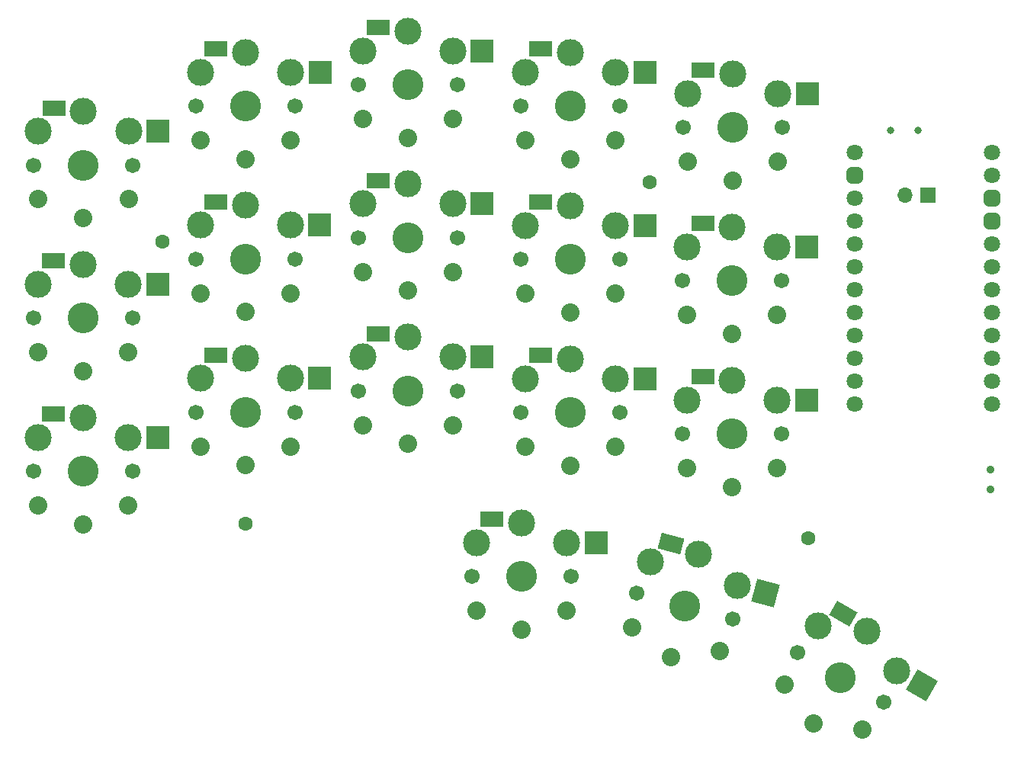
<source format=gbr>
%TF.GenerationSoftware,KiCad,Pcbnew,8.0.4*%
%TF.CreationDate,2024-09-02T16:23:26+07:00*%
%TF.ProjectId,cc36,63633336-2e6b-4696-9361-645f70636258,rev?*%
%TF.SameCoordinates,Original*%
%TF.FileFunction,Soldermask,Bot*%
%TF.FilePolarity,Negative*%
%FSLAX46Y46*%
G04 Gerber Fmt 4.6, Leading zero omitted, Abs format (unit mm)*
G04 Created by KiCad (PCBNEW 8.0.4) date 2024-09-02 16:23:26*
%MOMM*%
%LPD*%
G01*
G04 APERTURE LIST*
G04 Aperture macros list*
%AMRoundRect*
0 Rectangle with rounded corners*
0 $1 Rounding radius*
0 $2 $3 $4 $5 $6 $7 $8 $9 X,Y pos of 4 corners*
0 Add a 4 corners polygon primitive as box body*
4,1,4,$2,$3,$4,$5,$6,$7,$8,$9,$2,$3,0*
0 Add four circle primitives for the rounded corners*
1,1,$1+$1,$2,$3*
1,1,$1+$1,$4,$5*
1,1,$1+$1,$6,$7*
1,1,$1+$1,$8,$9*
0 Add four rect primitives between the rounded corners*
20,1,$1+$1,$2,$3,$4,$5,0*
20,1,$1+$1,$4,$5,$6,$7,0*
20,1,$1+$1,$6,$7,$8,$9,0*
20,1,$1+$1,$8,$9,$2,$3,0*%
%AMRotRect*
0 Rectangle, with rotation*
0 The origin of the aperture is its center*
0 $1 length*
0 $2 width*
0 $3 Rotation angle, in degrees counterclockwise*
0 Add horizontal line*
21,1,$1,$2,0,0,$3*%
G04 Aperture macros list end*
%ADD10C,1.701800*%
%ADD11C,3.000000*%
%ADD12C,3.429000*%
%ADD13R,2.600000X1.800000*%
%ADD14C,2.032000*%
%ADD15R,2.600000X2.600000*%
%ADD16RotRect,2.600000X2.600000X330.000000*%
%ADD17RotRect,2.600000X1.800000X330.000000*%
%ADD18RotRect,2.600000X1.800000X345.000000*%
%ADD19RotRect,2.600000X2.600000X345.000000*%
%ADD20C,1.600000*%
%ADD21C,0.900000*%
%ADD22O,1.700000X1.700000*%
%ADD23R,1.700000X1.700000*%
%ADD24C,1.800000*%
%ADD25RoundRect,0.450000X-0.450000X-0.450000X0.450000X-0.450000X0.450000X0.450000X-0.450000X0.450000X0*%
%ADD26C,0.800000*%
G04 APERTURE END LIST*
D10*
%TO.C,SW12*%
X152440000Y-78440000D03*
D11*
X152940000Y-74690000D03*
X157940000Y-72490000D03*
D12*
X157940000Y-78440000D03*
D11*
X162940000Y-74690000D03*
D10*
X163440000Y-78440000D03*
D13*
X154665000Y-72090000D03*
D14*
X157940000Y-84340000D03*
X152940000Y-82240000D03*
X162940000Y-82240000D03*
D15*
X166215000Y-74690000D03*
%TD*%
D10*
%TO.C,SW10*%
X116410000Y-73640000D03*
D11*
X116910000Y-69890000D03*
X121910000Y-67690000D03*
D12*
X121910000Y-73640000D03*
D11*
X126910000Y-69890000D03*
D10*
X127410000Y-73640000D03*
D13*
X118635000Y-67290000D03*
D14*
X121910000Y-79540000D03*
X116910000Y-77440000D03*
X126910000Y-77440000D03*
D15*
X130185000Y-69890000D03*
%TD*%
D10*
%TO.C,SW18*%
X152440000Y-95458000D03*
D11*
X152940001Y-91708000D03*
X157940000Y-89508000D03*
D12*
X157940000Y-95458000D03*
D11*
X162939999Y-91708000D03*
D10*
X163440000Y-95458000D03*
D13*
X154665000Y-89108000D03*
D14*
X157940000Y-101358000D03*
X152940000Y-99258000D03*
X162940000Y-99258000D03*
D15*
X166215000Y-91708000D03*
%TD*%
D10*
%TO.C,SW15*%
X98370000Y-93028000D03*
D11*
X98870000Y-89278000D03*
X103870000Y-87078000D03*
D12*
X103870000Y-93028000D03*
D11*
X108870000Y-89278000D03*
D10*
X109370000Y-93028000D03*
D13*
X100595000Y-86678000D03*
D14*
X103870000Y-98928000D03*
X98870000Y-96828000D03*
X108870000Y-96828000D03*
D15*
X112145000Y-89278000D03*
%TD*%
D16*
%TO.C,SW21*%
X179011360Y-123400356D03*
D14*
X172400127Y-128301348D03*
X163739873Y-123301349D03*
X167020000Y-127620000D03*
D17*
X170308767Y-115373689D03*
D10*
X174733140Y-125260451D03*
D11*
X176175127Y-121762856D03*
D12*
X169970000Y-122510451D03*
D11*
X172945000Y-117357600D03*
X167514873Y-116762857D03*
D10*
X165206860Y-119760451D03*
%TD*%
%TO.C,SW20*%
X147374440Y-113137533D03*
D11*
X148827974Y-109644721D03*
X154227005Y-108813779D03*
D12*
X152687032Y-114561038D03*
D11*
X158487233Y-112232911D03*
D10*
X157999624Y-115984543D03*
D18*
X151167126Y-107579777D03*
D14*
X151160000Y-120260000D03*
X146873890Y-116937461D03*
X156533149Y-119525651D03*
D19*
X161650640Y-113080544D03*
%TD*%
D10*
%TO.C,SW19*%
X129070000Y-111290000D03*
D11*
X129570001Y-107540000D03*
X134570000Y-105340000D03*
D12*
X134570000Y-111290000D03*
D11*
X139569999Y-107540000D03*
D10*
X140070000Y-111290000D03*
D13*
X131295000Y-104940000D03*
D14*
X134570000Y-117190000D03*
X129570000Y-115090000D03*
X139570000Y-115090000D03*
D15*
X142845000Y-107540000D03*
%TD*%
D10*
%TO.C,SW17*%
X134454000Y-93050000D03*
D11*
X134954000Y-89300000D03*
X139954000Y-87100000D03*
D12*
X139954000Y-93050000D03*
D11*
X144954000Y-89300000D03*
D10*
X145454000Y-93050000D03*
D13*
X136679000Y-86700000D03*
D14*
X139954000Y-98950000D03*
X134954000Y-96850000D03*
X144954000Y-96850000D03*
D15*
X148229000Y-89300000D03*
%TD*%
D10*
%TO.C,SW16*%
X116410000Y-90658000D03*
D11*
X116910000Y-86908000D03*
X121910000Y-84708000D03*
D12*
X121910000Y-90658000D03*
D11*
X126910000Y-86908000D03*
D10*
X127410000Y-90658000D03*
D13*
X118635000Y-84308000D03*
D14*
X121910000Y-96558000D03*
X116910000Y-94458000D03*
X126910000Y-94458000D03*
D15*
X130185000Y-86908000D03*
%TD*%
D10*
%TO.C,SW14*%
X80352000Y-99568000D03*
D11*
X80852000Y-95818000D03*
X85852000Y-93618000D03*
D12*
X85852000Y-99568000D03*
D11*
X90852000Y-95818000D03*
D10*
X91352000Y-99568000D03*
D13*
X82577000Y-93218000D03*
D14*
X85852000Y-105468000D03*
X80852000Y-103368000D03*
X90852000Y-103368000D03*
D15*
X94127000Y-95818000D03*
%TD*%
D10*
%TO.C,SW11*%
X134454000Y-76032000D03*
D11*
X134954000Y-72282000D03*
X139954000Y-70082000D03*
D12*
X139954000Y-76032000D03*
D11*
X144954000Y-72282000D03*
D10*
X145454000Y-76032000D03*
D13*
X136679000Y-69682000D03*
D14*
X139954000Y-81932000D03*
X134954000Y-79832000D03*
X144954000Y-79832000D03*
D15*
X148229000Y-72282000D03*
%TD*%
D10*
%TO.C,SW9*%
X98370000Y-76010000D03*
D11*
X98870000Y-72260000D03*
X103870000Y-70060000D03*
D12*
X103870000Y-76010000D03*
D11*
X108870000Y-72260000D03*
D10*
X109370000Y-76010000D03*
D13*
X100595000Y-69660000D03*
D14*
X103870000Y-81910000D03*
X98870000Y-79810000D03*
X108870000Y-79810000D03*
D15*
X112145000Y-72260000D03*
%TD*%
D10*
%TO.C,SW8*%
X80352000Y-82550000D03*
D11*
X80852000Y-78800000D03*
X85852000Y-76600000D03*
D12*
X85852000Y-82550000D03*
D11*
X90852000Y-78800000D03*
D10*
X91352000Y-82550000D03*
D13*
X82577000Y-76200000D03*
D14*
X85852000Y-88450000D03*
X80852000Y-86350000D03*
X90852000Y-86350000D03*
D15*
X94127000Y-78800000D03*
%TD*%
D10*
%TO.C,SW6*%
X152488000Y-61400000D03*
D11*
X152988000Y-57650000D03*
X157988000Y-55450000D03*
D12*
X157988000Y-61400000D03*
D11*
X162988000Y-57650000D03*
D10*
X163488000Y-61400000D03*
D13*
X154713000Y-55050000D03*
D14*
X157988000Y-67300000D03*
X152988000Y-65200000D03*
X162988000Y-65200000D03*
D15*
X166263000Y-57650000D03*
%TD*%
D10*
%TO.C,SW5*%
X134454000Y-59020000D03*
D11*
X134954000Y-55270000D03*
X139954000Y-53070000D03*
D12*
X139954000Y-59020000D03*
D11*
X144954000Y-55270000D03*
D10*
X145454000Y-59020000D03*
D13*
X136679000Y-52670000D03*
D14*
X139954000Y-64920000D03*
X134954000Y-62820000D03*
X144954000Y-62820000D03*
D15*
X148229000Y-55270000D03*
%TD*%
D10*
%TO.C,SW4*%
X116410000Y-56660000D03*
D11*
X116910000Y-52910000D03*
X121910000Y-50710000D03*
D12*
X121910000Y-56660000D03*
D11*
X126910000Y-52910000D03*
D10*
X127410000Y-56660000D03*
D13*
X118635000Y-50310000D03*
D14*
X121910000Y-62560000D03*
X116910000Y-60460000D03*
X126910000Y-60460000D03*
D15*
X130185000Y-52910000D03*
%TD*%
D10*
%TO.C,SW3*%
X98410000Y-59020000D03*
D11*
X98910000Y-55270000D03*
X103910000Y-53070000D03*
D12*
X103910000Y-59020000D03*
D11*
X108910000Y-55270000D03*
D10*
X109410000Y-59020000D03*
D13*
X100635000Y-52670000D03*
D14*
X103910000Y-64920000D03*
X98910000Y-62820000D03*
X108910000Y-62820000D03*
D15*
X112185000Y-55270000D03*
%TD*%
D10*
%TO.C,SW2*%
X80410000Y-65580000D03*
D11*
X80910000Y-61830000D03*
X85910000Y-59630000D03*
D12*
X85910000Y-65580000D03*
D11*
X90910000Y-61830000D03*
D10*
X91410000Y-65580000D03*
D13*
X82635000Y-59230000D03*
D14*
X85910000Y-71480000D03*
X80910000Y-69380000D03*
X90910000Y-69380000D03*
D15*
X94185000Y-61830000D03*
%TD*%
D20*
%TO.C,H3*%
X148800000Y-67500000D03*
%TD*%
%TO.C,H4*%
X166400000Y-107000000D03*
%TD*%
%TO.C,H1*%
X94700000Y-74100000D03*
%TD*%
D21*
%TO.C,SW_RST1*%
X186650000Y-99400000D03*
X186650000Y-101600000D03*
%TD*%
D22*
%TO.C,BT1*%
X177129999Y-68900000D03*
D23*
X179670001Y-68900000D03*
%TD*%
D20*
%TO.C,H2*%
X103900000Y-105400000D03*
%TD*%
D24*
%TO.C,U2*%
X171570000Y-64180000D03*
D25*
X171550000Y-66750000D03*
D24*
X171550000Y-69290000D03*
X171550000Y-71830000D03*
X171550000Y-74370000D03*
X171550000Y-76910000D03*
X171550000Y-79450000D03*
X171550000Y-81990000D03*
X171550000Y-84530000D03*
X171550000Y-87070000D03*
X171550000Y-89610000D03*
X171550000Y-92150000D03*
X186790000Y-92150000D03*
X186790000Y-89610000D03*
X186790000Y-87070000D03*
X186790000Y-84530000D03*
X186790000Y-81990000D03*
X186790000Y-79450000D03*
X186790000Y-76910000D03*
X186790000Y-74370000D03*
D25*
X186790000Y-71830000D03*
X186790000Y-69290000D03*
D24*
X186790000Y-66750000D03*
X186790000Y-64210000D03*
%TD*%
D26*
%TO.C,SW_POWER1*%
X175550000Y-61725001D03*
X178550000Y-61725001D03*
%TD*%
M02*

</source>
